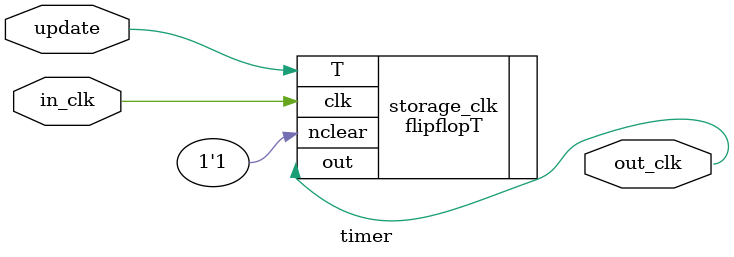
<source format=v>
module timer(
	input in_clk,
	input update,
	output out_clk
);
	
	flipflopT storage_clk(.T(update), .nclear(1'b1), .out(out_clk), .clk(in_clk));	// Update clock if not sleep
endmodule

</source>
